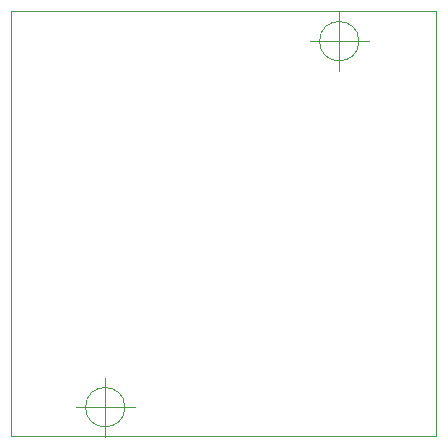
<source format=gbr>
G04 #@! TF.FileFunction,Legend,Bot*
%FSLAX46Y46*%
G04 Gerber Fmt 4.6, Leading zero omitted, Abs format (unit mm)*
G04 Created by KiCad (PCBNEW 4.0.7) date 01/13/18 19:57:49*
%MOMM*%
%LPD*%
G01*
G04 APERTURE LIST*
%ADD10C,0.100000*%
G04 APERTURE END LIST*
D10*
X116000000Y-66000000D02*
X116000000Y-67000000D01*
X152000000Y-66000000D02*
X116000000Y-66000000D01*
X152000000Y-102000000D02*
X152000000Y-66000000D01*
X116000000Y-102000000D02*
X152000000Y-102000000D01*
X116000000Y-67000000D02*
X116000000Y-102000000D01*
X125618666Y-99568000D02*
G75*
G03X125618666Y-99568000I-1666666J0D01*
G01*
X121452000Y-99568000D02*
X126452000Y-99568000D01*
X123952000Y-97068000D02*
X123952000Y-102068000D01*
X145430666Y-68580000D02*
G75*
G03X145430666Y-68580000I-1666666J0D01*
G01*
X141264000Y-68580000D02*
X146264000Y-68580000D01*
X143764000Y-66080000D02*
X143764000Y-71080000D01*
M02*

</source>
